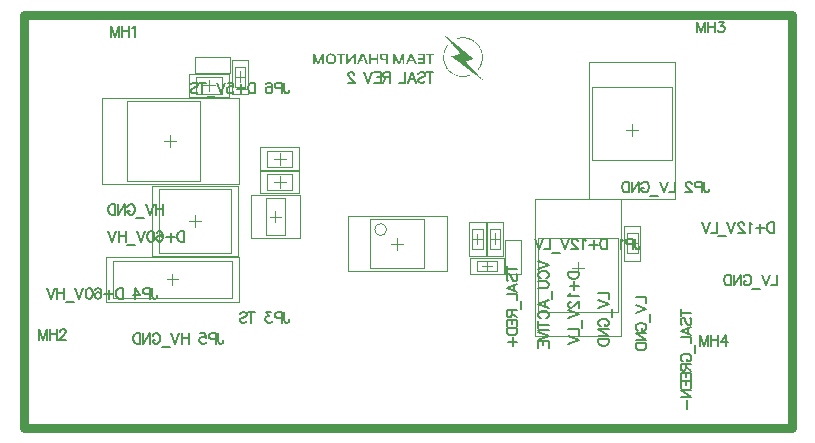
<source format=gbo>
G04*
G04 #@! TF.GenerationSoftware,Altium Limited,Altium Designer,18.1.11 (251)*
G04*
G04 Layer_Color=32896*
%FSLAX25Y25*%
%MOIN*%
G70*
G01*
G75*
%ADD13C,0.00197*%
%ADD15C,0.00650*%
%ADD16C,0.03000*%
%ADD17C,0.00394*%
G36*
X157433Y131452D02*
X157476D01*
Y131410D01*
X157518D01*
Y131367D01*
X157561D01*
Y131325D01*
X157603D01*
Y131282D01*
X157646D01*
Y131240D01*
X157688D01*
Y131198D01*
X157730D01*
Y131155D01*
Y131113D01*
X157815D01*
Y131070D01*
Y131028D01*
X157730D01*
Y131070D01*
Y131113D01*
X157646D01*
Y131155D01*
X157603D01*
Y131198D01*
Y131240D01*
X157518D01*
Y131282D01*
Y131325D01*
X157433D01*
Y131367D01*
Y131410D01*
X157349D01*
Y131452D01*
Y131495D01*
X157433D01*
Y131452D01*
D02*
G37*
G36*
X118189Y121261D02*
X117537D01*
Y122760D01*
X115788D01*
Y121261D01*
X115149D01*
Y124801D01*
X115788D01*
Y123329D01*
X117537D01*
Y124801D01*
X118189D01*
Y121261D01*
D02*
G37*
G36*
X110555D02*
X109916D01*
Y123884D01*
X108043Y121261D01*
X107404D01*
Y124801D01*
X108029D01*
Y122219D01*
X109889Y124801D01*
X110555D01*
Y121261D01*
D02*
G37*
G36*
X126850Y121261D02*
X126239D01*
Y123732D01*
X125268Y121261D01*
X124713D01*
X123741Y123732D01*
Y121261D01*
X123144D01*
Y124801D01*
X123796D01*
X124976Y122122D01*
X126156Y124801D01*
X126850D01*
Y121261D01*
D02*
G37*
G36*
X99964Y121261D02*
X99354D01*
Y123732D01*
X98382Y121261D01*
X97827D01*
X96869Y123732D01*
Y121261D01*
X96259D01*
Y124801D01*
X96911D01*
X98091Y122122D01*
X99284Y124801D01*
X99964D01*
Y121261D01*
D02*
G37*
G36*
X136802Y124232D02*
X135789D01*
Y121261D01*
X135150D01*
Y124232D01*
X134123D01*
Y124801D01*
X136802D01*
Y124232D01*
D02*
G37*
G36*
X133748Y121261D02*
X131306D01*
Y121830D01*
X133110D01*
Y122760D01*
X131430D01*
Y123343D01*
X133110D01*
Y124232D01*
X131333D01*
Y124801D01*
X133748D01*
Y121261D01*
D02*
G37*
G36*
X131000D02*
X130348D01*
X129168Y124120D01*
X128613Y122788D01*
X129335D01*
X129557Y122219D01*
X128377D01*
X127974Y121261D01*
X127267D01*
X128807Y124801D01*
X129515D01*
X131000Y121261D01*
D02*
G37*
G36*
X121284Y121261D02*
X120632D01*
Y124204D01*
X119744D01*
X119591Y124190D01*
X119494Y124148D01*
X119424Y124107D01*
X119410Y124093D01*
X119341Y123995D01*
X119313Y123898D01*
X119299Y123815D01*
Y123787D01*
Y123773D01*
X119313Y123676D01*
X119341Y123593D01*
X119410Y123454D01*
X119466Y123399D01*
X119494Y123357D01*
X119521Y123343D01*
X119535Y123329D01*
X119632Y123274D01*
X119730Y123218D01*
X119952Y123135D01*
X120049Y123107D01*
X120132Y123079D01*
X120188Y123066D01*
X120202D01*
X120104Y122496D01*
X119841Y122538D01*
X119619Y122608D01*
X119424Y122677D01*
X119272Y122746D01*
X119147Y122816D01*
X119063Y122871D01*
X119008Y122913D01*
X118994Y122927D01*
X118869Y123066D01*
X118772Y123204D01*
X118716Y123357D01*
X118661Y123496D01*
X118633Y123607D01*
X118619Y123718D01*
Y123773D01*
Y123801D01*
X118633Y123982D01*
X118661Y124134D01*
X118702Y124259D01*
X118758Y124370D01*
X118814Y124440D01*
X118855Y124509D01*
X118883Y124537D01*
X118897Y124551D01*
X119008Y124634D01*
X119133Y124689D01*
X119272Y124745D01*
X119396Y124773D01*
X119521Y124787D01*
X119619Y124801D01*
X121284D01*
Y121261D01*
D02*
G37*
G36*
X114705D02*
X114039D01*
X112873Y124120D01*
X112318Y122788D01*
X113026D01*
X113262Y122219D01*
X112082D01*
X111679Y121261D01*
X110971D01*
X112512Y124801D01*
X113220D01*
X114705Y121261D01*
D02*
G37*
G36*
X107029Y124232D02*
X106016D01*
Y121261D01*
X105350D01*
Y124232D01*
X104351D01*
Y124801D01*
X107029D01*
Y124232D01*
D02*
G37*
G36*
X102629Y124801D02*
X102907Y124745D01*
X103129Y124676D01*
X103323Y124592D01*
X103462Y124495D01*
X103573Y124426D01*
X103629Y124370D01*
X103657Y124356D01*
X103809Y124176D01*
X103906Y123968D01*
X103990Y123746D01*
X104045Y123524D01*
X104073Y123329D01*
X104087Y123177D01*
X104101Y123107D01*
Y123066D01*
Y123038D01*
Y123024D01*
X104073Y122705D01*
X104017Y122441D01*
X103934Y122205D01*
X103851Y122025D01*
X103768Y121872D01*
X103698Y121761D01*
X103643Y121705D01*
X103629Y121677D01*
X103435Y121525D01*
X103226Y121428D01*
X103018Y121344D01*
X102810Y121289D01*
X102616Y121261D01*
X102463Y121247D01*
X102407Y121233D01*
X102324D01*
X102019Y121247D01*
X101755Y121303D01*
X101533Y121372D01*
X101353Y121456D01*
X101200Y121539D01*
X101103Y121608D01*
X101033Y121664D01*
X101019Y121677D01*
X100867Y121872D01*
X100756Y122080D01*
X100686Y122302D01*
X100631Y122524D01*
X100603Y122719D01*
X100575Y122885D01*
Y122941D01*
Y122982D01*
Y123010D01*
Y123024D01*
X100589Y123343D01*
X100645Y123607D01*
X100714Y123843D01*
X100797Y124023D01*
X100881Y124176D01*
X100950Y124273D01*
X101005Y124343D01*
X101019Y124356D01*
X101200Y124509D01*
X101408Y124620D01*
X101630Y124703D01*
X101838Y124759D01*
X102033Y124787D01*
X102185Y124814D01*
X102324D01*
X102629Y124801D01*
D02*
G37*
G36*
X146921Y130214D02*
X147281Y130172D01*
X147601Y130117D01*
X147740Y130089D01*
X147864Y130061D01*
X147975Y130033D01*
X148073Y130006D01*
X148156Y129992D01*
X148211Y129978D01*
X148239Y129964D01*
X148253D01*
X148628Y129839D01*
X148975Y129686D01*
X149308Y129534D01*
X149585Y129381D01*
X149710Y129312D01*
X149835Y129242D01*
X149933Y129173D01*
X150016Y129131D01*
X150071Y129076D01*
X150127Y129048D01*
X150155Y129034D01*
X150169Y129020D01*
X150488Y128784D01*
X150793Y128520D01*
X151057Y128271D01*
X151293Y128035D01*
X151473Y127813D01*
X151557Y127729D01*
X151612Y127646D01*
X151667Y127577D01*
X151709Y127535D01*
X151723Y127507D01*
X151737Y127493D01*
X151959Y127146D01*
X152167Y126799D01*
X152320Y126466D01*
X152459Y126161D01*
X152514Y126022D01*
X152570Y125897D01*
X152597Y125786D01*
X152639Y125703D01*
X152667Y125619D01*
X152681Y125564D01*
X152695Y125536D01*
Y125522D01*
X152792Y125134D01*
X152861Y124745D01*
X152917Y124384D01*
X152945Y124065D01*
X152958Y123926D01*
Y123787D01*
X152972Y123676D01*
Y123579D01*
Y123510D01*
Y123440D01*
Y123413D01*
Y123399D01*
X152945Y122996D01*
X152889Y122621D01*
X152820Y122274D01*
X152750Y121955D01*
X152708Y121816D01*
X152681Y121691D01*
X152639Y121580D01*
X152611Y121497D01*
X152584Y121414D01*
X152570Y121358D01*
X152556Y121331D01*
Y121317D01*
X152403Y120942D01*
X152223Y120581D01*
X152042Y120262D01*
X151862Y119984D01*
X151779Y119859D01*
X151709Y119748D01*
X151640Y119651D01*
X151570Y119568D01*
X151529Y119498D01*
X151487Y119457D01*
X151473Y119429D01*
X151459Y119415D01*
Y119429D01*
X151223Y119596D01*
X151459Y119915D01*
X151681Y120234D01*
X151862Y120539D01*
X152001Y120817D01*
X152126Y121053D01*
X152167Y121164D01*
X152209Y121247D01*
X152237Y121317D01*
X152264Y121372D01*
X152278Y121400D01*
Y121414D01*
X152403Y121789D01*
X152486Y122136D01*
X152570Y122483D01*
X152611Y122788D01*
X152639Y122913D01*
X152653Y123038D01*
Y123149D01*
X152667Y123246D01*
X152681Y123315D01*
Y123371D01*
Y123399D01*
Y123413D01*
Y123787D01*
X152653Y124162D01*
X152611Y124495D01*
X152556Y124801D01*
X152528Y124939D01*
X152514Y125064D01*
X152486Y125175D01*
X152459Y125259D01*
X152445Y125342D01*
X152431Y125397D01*
X152417Y125425D01*
Y125439D01*
X152292Y125814D01*
X152139Y126161D01*
X151987Y126480D01*
X151834Y126758D01*
X151765Y126883D01*
X151695Y126994D01*
X151640Y127077D01*
X151584Y127160D01*
X151543Y127230D01*
X151515Y127271D01*
X151487Y127299D01*
Y127313D01*
X151237Y127632D01*
X150987Y127910D01*
X150738Y128173D01*
X150502Y128382D01*
X150307Y128562D01*
X150141Y128687D01*
X150085Y128743D01*
X150044Y128770D01*
X150016Y128798D01*
X150002D01*
X149669Y129006D01*
X149350Y129187D01*
X149044Y129339D01*
X148767Y129464D01*
X148517Y129561D01*
X148420Y129603D01*
X148336Y129631D01*
X148267Y129659D01*
X148211Y129672D01*
X148184Y129686D01*
X148170D01*
X147795Y129783D01*
X147434Y129853D01*
X147101Y129894D01*
X146782Y129922D01*
X146643D01*
X146518Y129936D01*
X146143D01*
X145755Y129908D01*
X145380Y129867D01*
X145033Y129797D01*
X144728Y129714D01*
X144589Y129686D01*
X144464Y129645D01*
X144353Y129617D01*
X144270Y129575D01*
X144186Y129561D01*
X144131Y129534D01*
X144103Y129520D01*
X144089D01*
X143992Y129783D01*
X144380Y129922D01*
X144769Y130033D01*
X145130Y130117D01*
X145449Y130172D01*
X145602Y130186D01*
X145727Y130214D01*
X145852D01*
X145949Y130228D01*
X146018Y130242D01*
X146532D01*
X146921Y130214D01*
D02*
G37*
G36*
X141632Y127799D02*
X141369Y127479D01*
X141147Y127160D01*
X140952Y126855D01*
X140799Y126577D01*
X140675Y126327D01*
X140619Y126230D01*
X140577Y126133D01*
X140550Y126064D01*
X140522Y126008D01*
X140508Y125980D01*
Y125967D01*
X140369Y125592D01*
X140272Y125231D01*
X140189Y124884D01*
X140133Y124578D01*
X140119Y124440D01*
X140092Y124315D01*
Y124204D01*
X140078Y124120D01*
X140064Y124037D01*
Y123982D01*
Y123954D01*
Y123940D01*
Y123551D01*
X140078Y123190D01*
X140119Y122844D01*
X140161Y122524D01*
X140189Y122385D01*
X140217Y122260D01*
X140230Y122150D01*
X140258Y122066D01*
X140272Y121983D01*
X140286Y121927D01*
X140300Y121900D01*
Y121886D01*
X140425Y121511D01*
X140577Y121150D01*
X140730Y120817D01*
X140883Y120526D01*
X140952Y120401D01*
X141022Y120290D01*
X141091Y120192D01*
X141133Y120109D01*
X141188Y120040D01*
X141216Y119998D01*
X141230Y119970D01*
X141244Y119956D01*
X141493Y119623D01*
X141757Y119332D01*
X142007Y119082D01*
X142257Y118860D01*
X142465Y118679D01*
X142548Y118610D01*
X142618Y118555D01*
X142687Y118499D01*
X142729Y118471D01*
X142757Y118457D01*
X142770Y118444D01*
X143104Y118235D01*
X143437Y118055D01*
X143756Y117902D01*
X144047Y117777D01*
X144297Y117680D01*
X144394Y117639D01*
X144492Y117611D01*
X144561Y117583D01*
X144616Y117569D01*
X144644Y117555D01*
X144658D01*
X145033Y117472D01*
X145408Y117403D01*
X145755Y117361D01*
X146060Y117347D01*
X146213Y117333D01*
X146726D01*
X147115Y117375D01*
X147490Y117430D01*
X147851Y117514D01*
X148156Y117597D01*
X148309Y117639D01*
X148433Y117680D01*
X148531Y117722D01*
X148628Y117750D01*
X148711Y117777D01*
X148767Y117805D01*
X148794Y117819D01*
X148808D01*
X148919Y117555D01*
X148475Y117389D01*
X148267Y117319D01*
X148073Y117264D01*
X147906Y117222D01*
X147781Y117194D01*
X147698Y117167D01*
X147670D01*
X147420Y117125D01*
X147198Y117097D01*
X146976Y117069D01*
X146782Y117055D01*
X146615D01*
X146490Y117042D01*
X146379D01*
X146046Y117055D01*
X145893D01*
X145768Y117069D01*
X145658Y117083D01*
X145560D01*
X145505Y117097D01*
X145491D01*
X145172Y117153D01*
X145019Y117180D01*
X144880Y117208D01*
X144769Y117236D01*
X144686Y117264D01*
X144630Y117278D01*
X144616D01*
X144214Y117403D01*
X143839Y117555D01*
X143506Y117708D01*
X143201Y117861D01*
X143076Y117930D01*
X142951Y117999D01*
X142854Y118055D01*
X142770Y118110D01*
X142701Y118166D01*
X142646Y118194D01*
X142618Y118208D01*
X142604Y118221D01*
X142271Y118471D01*
X141965Y118735D01*
X141688Y118999D01*
X141466Y119249D01*
X141271Y119457D01*
X141202Y119554D01*
X141133Y119623D01*
X141091Y119693D01*
X141049Y119734D01*
X141035Y119762D01*
X141022Y119776D01*
X140786Y120123D01*
X140591Y120470D01*
X140411Y120817D01*
X140272Y121122D01*
X140217Y121261D01*
X140175Y121386D01*
X140133Y121497D01*
X140092Y121594D01*
X140064Y121664D01*
X140050Y121733D01*
X140036Y121761D01*
Y121775D01*
X139939Y122177D01*
X139856Y122580D01*
X139814Y122954D01*
X139786Y123288D01*
X139772Y123440D01*
Y123579D01*
Y123704D01*
Y123801D01*
Y123884D01*
Y123940D01*
Y123982D01*
Y123995D01*
X139814Y124412D01*
X139883Y124801D01*
X139953Y125161D01*
X140036Y125481D01*
X140078Y125619D01*
X140119Y125744D01*
X140161Y125855D01*
X140189Y125953D01*
X140217Y126036D01*
X140244Y126091D01*
X140258Y126119D01*
Y126133D01*
X140425Y126508D01*
X140619Y126869D01*
X140799Y127174D01*
X140994Y127452D01*
X141077Y127577D01*
X141160Y127674D01*
X141230Y127771D01*
X141285Y127854D01*
X141341Y127910D01*
X141382Y127951D01*
X141396Y127979D01*
X141410Y127993D01*
X141632Y127799D01*
D02*
G37*
G36*
X140702Y130602D02*
X141147Y130242D01*
X141549Y129908D01*
X141743Y129756D01*
X141924Y129603D01*
X142076Y129478D01*
X142229Y129353D01*
X142354Y129256D01*
X142465Y129159D01*
X142548Y129089D01*
X142618Y129034D01*
X142659Y129006D01*
X142673Y128992D01*
X143117Y128631D01*
X143562Y128271D01*
X143978Y127937D01*
X144158Y127771D01*
X144339Y127632D01*
X144505Y127493D01*
X144658Y127382D01*
X144783Y127271D01*
X144894Y127174D01*
X144977Y127105D01*
X145047Y127049D01*
X145088Y127021D01*
X145102Y127007D01*
X145546Y126647D01*
X145991Y126286D01*
X146407Y125953D01*
X146587Y125800D01*
X146768Y125647D01*
X146934Y125522D01*
X147087Y125397D01*
X147212Y125300D01*
X147323Y125203D01*
X147406Y125134D01*
X147476Y125078D01*
X147517Y125050D01*
X147531Y125037D01*
X147989Y124662D01*
X148420Y124301D01*
X148836Y123968D01*
X149030Y123815D01*
X149211Y123662D01*
X149363Y123524D01*
X149516Y123413D01*
X149655Y123301D01*
X149766Y123204D01*
X149849Y123135D01*
X149919Y123079D01*
X149960Y123052D01*
X149974Y123038D01*
X149724Y122954D01*
X149475Y122871D01*
X149252Y122788D01*
X149058Y122719D01*
X148878Y122663D01*
X148753Y122621D01*
X148669Y122594D01*
X148656Y122580D01*
X148642D01*
X148392Y122496D01*
X148156Y122427D01*
X147934Y122344D01*
X147726Y122274D01*
X147559Y122219D01*
X147420Y122177D01*
X147337Y122150D01*
X147323Y122136D01*
X147309D01*
X147573Y121858D01*
X147823Y121580D01*
X148059Y121317D01*
X148281Y121095D01*
X148447Y120900D01*
X148586Y120748D01*
X148642Y120692D01*
X148683Y120650D01*
X148697Y120637D01*
X148711Y120623D01*
X148975Y120345D01*
X149225Y120068D01*
X149475Y119804D01*
X149683Y119582D01*
X149863Y119387D01*
X150002Y119235D01*
X150057Y119179D01*
X150099Y119138D01*
X150113Y119124D01*
X150127Y119110D01*
X150391Y118832D01*
X150640Y118568D01*
X150876Y118319D01*
X151085Y118096D01*
X151265Y117902D01*
X151390Y117750D01*
X151445Y117694D01*
X151487Y117652D01*
X151501Y117639D01*
X151515Y117625D01*
X151779Y117347D01*
X152028Y117083D01*
X152264Y116833D01*
X152473Y116611D01*
X152653Y116417D01*
X152778Y116264D01*
X152833Y116209D01*
X152875Y116167D01*
X152889Y116153D01*
X152903Y116139D01*
Y116126D01*
Y116112D01*
X152889Y116084D01*
X152875Y116070D01*
X152389Y116431D01*
X151931Y116778D01*
X151487Y117111D01*
X151279Y117264D01*
X151098Y117403D01*
X150918Y117541D01*
X150765Y117652D01*
X150627Y117763D01*
X150502Y117847D01*
X150404Y117916D01*
X150335Y117972D01*
X150293Y117999D01*
X150279Y118013D01*
X149794Y118374D01*
X149322Y118721D01*
X148878Y119054D01*
X148683Y119207D01*
X148489Y119346D01*
X148322Y119484D01*
X148156Y119596D01*
X148017Y119707D01*
X147906Y119790D01*
X147809Y119859D01*
X147740Y119915D01*
X147698Y119943D01*
X147684Y119956D01*
X147198Y120331D01*
X146726Y120678D01*
X146282Y121011D01*
X146074Y121164D01*
X145893Y121317D01*
X145713Y121442D01*
X145560Y121566D01*
X145422Y121664D01*
X145297Y121761D01*
X145199Y121830D01*
X145130Y121886D01*
X145088Y121914D01*
X145074Y121927D01*
X144589Y122302D01*
X144117Y122663D01*
X143673Y122996D01*
X143464Y123149D01*
X143270Y123288D01*
X143090Y123426D01*
X142937Y123538D01*
X142798Y123649D01*
X142673Y123732D01*
X142576Y123801D01*
X142507Y123857D01*
X142465Y123884D01*
X142451Y123898D01*
X142757Y123982D01*
X143048Y124065D01*
X143326Y124134D01*
X143576Y124204D01*
X143784Y124245D01*
X143867Y124273D01*
X143936Y124287D01*
X143992Y124315D01*
X144034D01*
X144061Y124329D01*
X144075D01*
X144380Y124412D01*
X144672Y124495D01*
X144936Y124565D01*
X145186Y124634D01*
X145394Y124689D01*
X145477Y124717D01*
X145546Y124731D01*
X145602Y124745D01*
X145644Y124759D01*
X145671Y124773D01*
X145685D01*
X145422Y125064D01*
X145172Y125328D01*
X144950Y125592D01*
X144741Y125828D01*
X144561Y126022D01*
X144422Y126175D01*
X144380Y126230D01*
X144339Y126272D01*
X144325Y126286D01*
X144311Y126300D01*
X144047Y126591D01*
X143798Y126869D01*
X143576Y127132D01*
X143367Y127368D01*
X143187Y127563D01*
X143048Y127715D01*
X143006Y127771D01*
X142965Y127813D01*
X142951Y127826D01*
X142937Y127840D01*
X142687Y128132D01*
X142437Y128395D01*
X142201Y128659D01*
X142007Y128895D01*
X141827Y129089D01*
X141688Y129242D01*
X141646Y129298D01*
X141604Y129339D01*
X141591Y129353D01*
X141577Y129367D01*
X141327Y129659D01*
X141077Y129922D01*
X140855Y130186D01*
X140647Y130408D01*
X140480Y130602D01*
X140341Y130755D01*
X140300Y130811D01*
X140258Y130852D01*
X140244Y130866D01*
X140230Y130880D01*
Y130908D01*
X140244Y130922D01*
Y130949D01*
X140258Y130963D01*
X140702Y130602D01*
D02*
G37*
%LPC*%
G36*
X102421Y124259D02*
X102324D01*
X102144Y124245D01*
X101977Y124204D01*
X101838Y124162D01*
X101727Y124107D01*
X101644Y124037D01*
X101588Y123995D01*
X101547Y123954D01*
X101533Y123940D01*
X101436Y123815D01*
X101366Y123676D01*
X101325Y123524D01*
X101283Y123371D01*
X101269Y123246D01*
X101255Y123135D01*
Y123066D01*
Y123052D01*
Y123038D01*
X101269Y122830D01*
X101297Y122635D01*
X101339Y122483D01*
X101394Y122358D01*
X101450Y122247D01*
X101491Y122177D01*
X101519Y122136D01*
X101533Y122122D01*
X101644Y122025D01*
X101769Y121941D01*
X101894Y121886D01*
X102033Y121858D01*
X102144Y121830D01*
X102241Y121816D01*
X102324D01*
X102518Y121830D01*
X102685Y121858D01*
X102838Y121914D01*
X102949Y121969D01*
X103046Y122025D01*
X103101Y122080D01*
X103143Y122108D01*
X103157Y122122D01*
X103240Y122247D01*
X103310Y122399D01*
X103351Y122552D01*
X103393Y122691D01*
X103407Y122830D01*
X103421Y122941D01*
Y123010D01*
Y123038D01*
X103407Y123246D01*
X103379Y123426D01*
X103337Y123579D01*
X103282Y123718D01*
X103240Y123815D01*
X103199Y123884D01*
X103171Y123926D01*
X103157Y123940D01*
X103046Y124051D01*
X102907Y124120D01*
X102768Y124176D01*
X102629Y124218D01*
X102518Y124245D01*
X102421Y124259D01*
D02*
G37*
%LPD*%
D13*
X75590Y77756D02*
X92126D01*
X75590Y63189D02*
X92126D01*
X75590D02*
Y77756D01*
X92126Y63189D02*
Y77756D01*
X91780Y78150D02*
Y85630D01*
X78787Y78150D02*
Y85630D01*
Y78150D02*
X91780D01*
X78787Y85630D02*
X91780D01*
X74756Y111343D02*
Y122760D01*
X69244Y111343D02*
Y122760D01*
X74756D01*
X69244Y111343D02*
X74756D01*
X57142Y118441D02*
X68362D01*
X68559D02*
Y123559D01*
X57142D02*
X68362D01*
X57142Y118441D02*
Y123559D01*
X27468Y42020D02*
Y56980D01*
X71563Y42020D02*
Y56980D01*
X27468D02*
X71563D01*
X27468Y42020D02*
X71563D01*
X25984Y109941D02*
X71653D01*
X25984Y81398D02*
X71653D01*
X25984D02*
Y109941D01*
X71653Y81398D02*
Y109941D01*
X42630Y80614D02*
X71370D01*
X42630Y57386D02*
X71370D01*
X42630D02*
Y80614D01*
X71370Y57386D02*
Y80614D01*
X55118Y110236D02*
X68504D01*
X55118Y118110D02*
X68504D01*
Y110236D02*
Y118110D01*
X55118Y110236D02*
Y118110D01*
X107874Y52165D02*
X140945D01*
X107874Y70669D02*
X140945D01*
Y52165D02*
Y70669D01*
X107874Y52165D02*
Y70669D01*
X160433Y51378D02*
X165551D01*
X160433D02*
Y62598D01*
Y62795D02*
X165551D01*
Y51378D02*
Y62598D01*
X217028Y76378D02*
Y122047D01*
X188484Y76378D02*
Y122047D01*
X217028D01*
X188484Y76378D02*
X217028D01*
X170374Y30512D02*
Y76181D01*
X198917Y30512D02*
Y76181D01*
X170374Y30512D02*
X198917D01*
X170374Y76181D02*
X198917D01*
X200000Y55807D02*
Y67224D01*
X205512Y55807D02*
Y67224D01*
X200000Y55807D02*
X205512D01*
X200000Y67224D02*
X205512D01*
X78787Y86024D02*
Y93504D01*
X91780Y86024D02*
Y93504D01*
X78787D02*
X91780D01*
X78787Y86024D02*
X91780D01*
X153937Y57284D02*
Y68701D01*
X148425Y57284D02*
Y68701D01*
X153937D01*
X148425Y57284D02*
X153937D01*
X160039Y51181D02*
Y56693D01*
X148622Y51181D02*
Y56693D01*
Y51181D02*
X160039D01*
X148622Y56693D02*
X160039D01*
X154331Y68799D02*
X159843D01*
X154331Y57382D02*
X159843D01*
Y68799D01*
X154331Y57382D02*
Y68799D01*
D15*
X53500Y65499D02*
Y62000D01*
Y65499D02*
X52334D01*
X51834Y65333D01*
X51500Y64999D01*
X51334Y64666D01*
X51167Y64166D01*
Y63333D01*
X51334Y62833D01*
X51500Y62500D01*
X51834Y62167D01*
X52334Y62000D01*
X53500D01*
X48884Y64999D02*
Y62000D01*
X50384Y63500D02*
X47385D01*
X44352Y64999D02*
X44519Y65333D01*
X45019Y65499D01*
X45352D01*
X45852Y65333D01*
X46185Y64833D01*
X46352Y64000D01*
Y63166D01*
X46185Y62500D01*
X45852Y62167D01*
X45352Y62000D01*
X45185D01*
X44685Y62167D01*
X44352Y62500D01*
X44185Y63000D01*
Y63166D01*
X44352Y63666D01*
X44685Y64000D01*
X45185Y64166D01*
X45352D01*
X45852Y64000D01*
X46185Y63666D01*
X46352Y63166D01*
X42419Y65499D02*
X42919Y65333D01*
X43252Y64833D01*
X43419Y64000D01*
Y63500D01*
X43252Y62666D01*
X42919Y62167D01*
X42419Y62000D01*
X42086D01*
X41586Y62167D01*
X41253Y62666D01*
X41086Y63500D01*
Y64000D01*
X41253Y64833D01*
X41586Y65333D01*
X42086Y65499D01*
X42419D01*
X40303D02*
X38970Y62000D01*
X37637Y65499D02*
X38970Y62000D01*
X37187Y60834D02*
X34521D01*
X34071Y65499D02*
Y62000D01*
X31738Y65499D02*
Y62000D01*
X34071Y63833D02*
X31738D01*
X30771Y65499D02*
X29438Y62000D01*
X28105Y65499D02*
X29438Y62000D01*
X46500Y74499D02*
Y71000D01*
X44167Y74499D02*
Y71000D01*
X46500Y72833D02*
X44167D01*
X43201Y74499D02*
X41868Y71000D01*
X40535Y74499D02*
X41868Y71000D01*
X40085Y69834D02*
X37419D01*
X34469Y73666D02*
X34636Y73999D01*
X34969Y74333D01*
X35302Y74499D01*
X35969D01*
X36302Y74333D01*
X36635Y73999D01*
X36802Y73666D01*
X36969Y73166D01*
Y72333D01*
X36802Y71833D01*
X36635Y71500D01*
X36302Y71167D01*
X35969Y71000D01*
X35302D01*
X34969Y71167D01*
X34636Y71500D01*
X34469Y71833D01*
Y72333D01*
X35302D02*
X34469D01*
X33669Y74499D02*
Y71000D01*
Y74499D02*
X31337Y71000D01*
Y74499D02*
Y71000D01*
X30370Y74499D02*
Y71000D01*
Y74499D02*
X29204D01*
X28704Y74333D01*
X28371Y73999D01*
X28204Y73666D01*
X28037Y73166D01*
Y72333D01*
X28204Y71833D01*
X28371Y71500D01*
X28704Y71167D01*
X29204Y71000D01*
X30370D01*
X251000Y50999D02*
Y47500D01*
X249000D01*
X248617Y50999D02*
X247284Y47500D01*
X245951Y50999D02*
X247284Y47500D01*
X245501Y46334D02*
X242835D01*
X239886Y50166D02*
X240052Y50499D01*
X240386Y50833D01*
X240719Y50999D01*
X241385D01*
X241719Y50833D01*
X242052Y50499D01*
X242219Y50166D01*
X242385Y49666D01*
Y48833D01*
X242219Y48333D01*
X242052Y48000D01*
X241719Y47667D01*
X241385Y47500D01*
X240719D01*
X240386Y47667D01*
X240052Y48000D01*
X239886Y48333D01*
Y48833D01*
X240719D02*
X239886D01*
X239086Y50999D02*
Y47500D01*
Y50999D02*
X236753Y47500D01*
Y50999D02*
Y47500D01*
X235787Y50999D02*
Y47500D01*
Y50999D02*
X234620D01*
X234120Y50833D01*
X233787Y50499D01*
X233620Y50166D01*
X233454Y49666D01*
Y48833D01*
X233620Y48333D01*
X233787Y48000D01*
X234120Y47667D01*
X234620Y47500D01*
X235787D01*
X250000Y68539D02*
Y65039D01*
Y68539D02*
X248834D01*
X248334Y68372D01*
X248000Y68039D01*
X247834Y67706D01*
X247667Y67206D01*
Y66372D01*
X247834Y65873D01*
X248000Y65539D01*
X248334Y65206D01*
X248834Y65039D01*
X250000D01*
X245384Y68039D02*
Y65039D01*
X246884Y66539D02*
X243885D01*
X242851Y67872D02*
X242518Y68039D01*
X242018Y68539D01*
Y65039D01*
X240119Y67706D02*
Y67872D01*
X239952Y68205D01*
X239786Y68372D01*
X239452Y68539D01*
X238786D01*
X238453Y68372D01*
X238286Y68205D01*
X238119Y67872D01*
Y67539D01*
X238286Y67206D01*
X238619Y66706D01*
X240285Y65039D01*
X237953D01*
X237169Y68539D02*
X235836Y65039D01*
X234503Y68539D02*
X235836Y65039D01*
X234053Y63873D02*
X231387D01*
X230937Y68539D02*
Y65039D01*
X228938D01*
X228555Y68539D02*
X227221Y65039D01*
X225888Y68539D02*
X227221Y65039D01*
X161001Y52834D02*
X164500D01*
X161001Y54000D02*
Y51667D01*
X161501Y48918D02*
X161167Y49251D01*
X161001Y49751D01*
Y50417D01*
X161167Y50917D01*
X161501Y51251D01*
X161834D01*
X162167Y51084D01*
X162334Y50917D01*
X162500Y50584D01*
X162834Y49584D01*
X163000Y49251D01*
X163167Y49084D01*
X163500Y48918D01*
X164000D01*
X164333Y49251D01*
X164500Y49751D01*
Y50417D01*
X164333Y50917D01*
X164000Y51251D01*
X164500Y45469D02*
X161001Y46801D01*
X164500Y48135D01*
X163334Y47635D02*
Y45968D01*
X161001Y44652D02*
X164500D01*
Y42652D01*
X165666Y42269D02*
Y39603D01*
X161001Y39153D02*
X164500D01*
X161001D02*
Y37653D01*
X161167Y37154D01*
X161334Y36987D01*
X161667Y36820D01*
X162001D01*
X162334Y36987D01*
X162500Y37154D01*
X162667Y37653D01*
Y39153D01*
Y37987D02*
X164500Y36820D01*
X161001Y33871D02*
Y36037D01*
X164500D01*
Y33871D01*
X162667Y36037D02*
Y34704D01*
X161001Y33288D02*
X164500D01*
X161001D02*
Y32121D01*
X161167Y31622D01*
X161501Y31288D01*
X161834Y31122D01*
X162334Y30955D01*
X163167D01*
X163667Y31122D01*
X164000Y31288D01*
X164333Y31622D01*
X164500Y32121D01*
Y33288D01*
X161501Y28672D02*
X164500D01*
X163000Y30172D02*
Y27172D01*
X204001Y43500D02*
X207500D01*
Y41500D01*
X204001Y41117D02*
X207500Y39784D01*
X204001Y38451D02*
X207500Y39784D01*
X208666Y38001D02*
Y35335D01*
X204834Y32386D02*
X204501Y32552D01*
X204167Y32886D01*
X204001Y33219D01*
Y33885D01*
X204167Y34219D01*
X204501Y34552D01*
X204834Y34718D01*
X205334Y34885D01*
X206167D01*
X206667Y34718D01*
X207000Y34552D01*
X207333Y34219D01*
X207500Y33885D01*
Y33219D01*
X207333Y32886D01*
X207000Y32552D01*
X206667Y32386D01*
X206167D01*
Y33219D02*
Y32386D01*
X204001Y31586D02*
X207500D01*
X204001D02*
X207500Y29253D01*
X204001D02*
X207500D01*
X204001Y28287D02*
X207500D01*
X204001D02*
Y27120D01*
X204167Y26620D01*
X204501Y26287D01*
X204834Y26120D01*
X205334Y25954D01*
X206167D01*
X206667Y26120D01*
X207000Y26287D01*
X207333Y26620D01*
X207500Y27120D01*
Y28287D01*
X191501Y45000D02*
X195000D01*
Y43000D01*
X191501Y42617D02*
X195000Y41284D01*
X191501Y39951D02*
X195000Y41284D01*
X196166Y39501D02*
Y36835D01*
X192334Y33886D02*
X192001Y34052D01*
X191667Y34386D01*
X191501Y34719D01*
Y35385D01*
X191667Y35719D01*
X192001Y36052D01*
X192334Y36219D01*
X192834Y36385D01*
X193667D01*
X194167Y36219D01*
X194500Y36052D01*
X194833Y35719D01*
X195000Y35385D01*
Y34719D01*
X194833Y34386D01*
X194500Y34052D01*
X194167Y33886D01*
X193667D01*
Y34719D02*
Y33886D01*
X191501Y33086D02*
X195000D01*
X191501D02*
X195000Y30753D01*
X191501D02*
X195000D01*
X191501Y29787D02*
X195000D01*
X191501D02*
Y28620D01*
X191667Y28120D01*
X192001Y27787D01*
X192334Y27620D01*
X192834Y27454D01*
X193667D01*
X194167Y27620D01*
X194500Y27787D01*
X194833Y28120D01*
X195000Y28620D01*
Y29787D01*
X181501Y52000D02*
X185000D01*
X181501D02*
Y50834D01*
X181667Y50334D01*
X182001Y50000D01*
X182334Y49834D01*
X182834Y49667D01*
X183667D01*
X184167Y49834D01*
X184500Y50000D01*
X184833Y50334D01*
X185000Y50834D01*
Y52000D01*
X182001Y47384D02*
X185000D01*
X183500Y48884D02*
Y45885D01*
X182167Y44851D02*
X182001Y44518D01*
X181501Y44018D01*
X185000D01*
X182334Y42119D02*
X182167D01*
X181834Y41952D01*
X181667Y41785D01*
X181501Y41452D01*
Y40786D01*
X181667Y40453D01*
X181834Y40286D01*
X182167Y40119D01*
X182501D01*
X182834Y40286D01*
X183334Y40619D01*
X185000Y42285D01*
Y39953D01*
X181501Y39169D02*
X185000Y37836D01*
X181501Y36503D02*
X185000Y37836D01*
X186166Y36053D02*
Y33387D01*
X181501Y32937D02*
X185000D01*
Y30938D01*
X181501Y30555D02*
X185000Y29221D01*
X181501Y27889D02*
X185000Y29221D01*
X171501Y55500D02*
X175000Y54167D01*
X171501Y52834D02*
X175000Y54167D01*
X172334Y49885D02*
X172001Y50051D01*
X171667Y50384D01*
X171501Y50718D01*
Y51384D01*
X171667Y51718D01*
X172001Y52051D01*
X172334Y52217D01*
X172834Y52384D01*
X173667D01*
X174167Y52217D01*
X174500Y52051D01*
X174833Y51718D01*
X175000Y51384D01*
Y50718D01*
X174833Y50384D01*
X174500Y50051D01*
X174167Y49885D01*
X171501Y48901D02*
X174000D01*
X174500Y48735D01*
X174833Y48401D01*
X175000Y47902D01*
Y47568D01*
X174833Y47069D01*
X174500Y46735D01*
X174000Y46569D01*
X171501D01*
X176166Y45602D02*
Y42936D01*
X175000Y39820D02*
X171501Y41153D01*
X175000Y42486D01*
X173834Y41986D02*
Y40320D01*
X172334Y36504D02*
X172001Y36671D01*
X171667Y37004D01*
X171501Y37337D01*
Y38004D01*
X171667Y38337D01*
X172001Y38670D01*
X172334Y38837D01*
X172834Y39004D01*
X173667D01*
X174167Y38837D01*
X174500Y38670D01*
X174833Y38337D01*
X175000Y38004D01*
Y37337D01*
X174833Y37004D01*
X174500Y36671D01*
X174167Y36504D01*
X171501Y34354D02*
X175000D01*
X171501Y35521D02*
Y33188D01*
Y32772D02*
X175000D01*
X171501Y32038D02*
X175000Y30705D01*
X171501Y29372D02*
X175000Y30705D01*
X171501Y26756D02*
Y28922D01*
X175000D01*
Y26756D01*
X173167Y28922D02*
Y27589D01*
X219020Y38334D02*
X222520D01*
X219020Y39500D02*
Y37167D01*
X219520Y34418D02*
X219187Y34751D01*
X219020Y35251D01*
Y35917D01*
X219187Y36417D01*
X219520Y36751D01*
X219854D01*
X220187Y36584D01*
X220354Y36417D01*
X220520Y36084D01*
X220853Y35084D01*
X221020Y34751D01*
X221187Y34584D01*
X221520Y34418D01*
X222020D01*
X222353Y34751D01*
X222520Y35251D01*
Y35917D01*
X222353Y36417D01*
X222020Y36751D01*
X222520Y30968D02*
X219020Y32302D01*
X222520Y33635D01*
X221353Y33135D02*
Y31468D01*
X219020Y30152D02*
X222520D01*
Y28152D01*
X223686Y27769D02*
Y25103D01*
X219854Y22154D02*
X219520Y22320D01*
X219187Y22654D01*
X219020Y22987D01*
Y23653D01*
X219187Y23987D01*
X219520Y24320D01*
X219854Y24487D01*
X220354Y24653D01*
X221187D01*
X221687Y24487D01*
X222020Y24320D01*
X222353Y23987D01*
X222520Y23653D01*
Y22987D01*
X222353Y22654D01*
X222020Y22320D01*
X221687Y22154D01*
X221187D01*
Y22987D02*
Y22154D01*
X219020Y21354D02*
X222520D01*
X219020D02*
Y19854D01*
X219187Y19354D01*
X219354Y19188D01*
X219687Y19021D01*
X220020D01*
X220354Y19188D01*
X220520Y19354D01*
X220687Y19854D01*
Y21354D01*
Y20188D02*
X222520Y19021D01*
X219020Y16072D02*
Y18238D01*
X222520D01*
Y16072D01*
X220687Y18238D02*
Y16905D01*
X219020Y13322D02*
Y15488D01*
X222520D01*
Y13322D01*
X220687Y15488D02*
Y14155D01*
X219020Y12739D02*
X222520D01*
X219020D02*
X222520Y10406D01*
X219020D02*
X222520D01*
X221020Y9440D02*
Y6440D01*
X135334Y118499D02*
Y115000D01*
X136500Y118499D02*
X134167D01*
X131418Y117999D02*
X131751Y118333D01*
X132251Y118499D01*
X132917D01*
X133417Y118333D01*
X133751Y117999D01*
Y117666D01*
X133584Y117333D01*
X133417Y117166D01*
X133084Y117000D01*
X132084Y116666D01*
X131751Y116500D01*
X131584Y116333D01*
X131418Y116000D01*
Y115500D01*
X131751Y115167D01*
X132251Y115000D01*
X132917D01*
X133417Y115167D01*
X133751Y115500D01*
X127969Y115000D02*
X129302Y118499D01*
X130635Y115000D01*
X130135Y116166D02*
X128468D01*
X127152Y118499D02*
Y115000D01*
X125152D01*
X122020Y118499D02*
Y115000D01*
Y118499D02*
X120520D01*
X120020Y118333D01*
X119854Y118166D01*
X119687Y117833D01*
Y117499D01*
X119854Y117166D01*
X120020Y117000D01*
X120520Y116833D01*
X122020D01*
X120853D02*
X119687Y115000D01*
X116738Y118499D02*
X118904D01*
Y115000D01*
X116738D01*
X118904Y116833D02*
X117571D01*
X116154Y118499D02*
X114821Y115000D01*
X113488Y118499D02*
X114821Y115000D01*
X110122Y117666D02*
Y117833D01*
X109956Y118166D01*
X109789Y118333D01*
X109456Y118499D01*
X108789D01*
X108456Y118333D01*
X108289Y118166D01*
X108123Y117833D01*
Y117499D01*
X108289Y117166D01*
X108623Y116666D01*
X110289Y115000D01*
X107956D01*
X226834Y81999D02*
Y79333D01*
X227000Y78833D01*
X227167Y78667D01*
X227500Y78500D01*
X227834D01*
X228167Y78667D01*
X228333Y78833D01*
X228500Y79333D01*
Y79666D01*
X225934Y80166D02*
X224434D01*
X223934Y80333D01*
X223768Y80500D01*
X223601Y80833D01*
Y81333D01*
X223768Y81666D01*
X223934Y81833D01*
X224434Y81999D01*
X225934D01*
Y78500D01*
X222651Y81166D02*
Y81333D01*
X222485Y81666D01*
X222318Y81833D01*
X221985Y81999D01*
X221318D01*
X220985Y81833D01*
X220818Y81666D01*
X220652Y81333D01*
Y80999D01*
X220818Y80666D01*
X221152Y80166D01*
X222818Y78500D01*
X220485D01*
X216952Y81999D02*
Y78500D01*
X214953D01*
X214570Y81999D02*
X213237Y78500D01*
X211904Y81999D02*
X213237Y78500D01*
X211454Y77334D02*
X208788D01*
X205838Y81166D02*
X206005Y81499D01*
X206338Y81833D01*
X206671Y81999D01*
X207338D01*
X207671Y81833D01*
X208004Y81499D01*
X208171Y81166D01*
X208338Y80666D01*
Y79833D01*
X208171Y79333D01*
X208004Y79000D01*
X207671Y78667D01*
X207338Y78500D01*
X206671D01*
X206338Y78667D01*
X206005Y79000D01*
X205838Y79333D01*
Y79833D01*
X206671D02*
X205838D01*
X205038Y81999D02*
Y78500D01*
Y81999D02*
X202706Y78500D01*
Y81999D02*
Y78500D01*
X201739Y81999D02*
Y78500D01*
Y81999D02*
X200573D01*
X200073Y81833D01*
X199740Y81499D01*
X199573Y81166D01*
X199406Y80666D01*
Y79833D01*
X199573Y79333D01*
X199740Y79000D01*
X200073Y78667D01*
X200573Y78500D01*
X201739D01*
X86834Y114999D02*
Y112333D01*
X87000Y111833D01*
X87167Y111667D01*
X87500Y111500D01*
X87833D01*
X88167Y111667D01*
X88333Y111833D01*
X88500Y112333D01*
Y112666D01*
X85934Y113166D02*
X84434D01*
X83934Y113333D01*
X83768Y113500D01*
X83601Y113833D01*
Y114333D01*
X83768Y114666D01*
X83934Y114833D01*
X84434Y114999D01*
X85934D01*
Y111500D01*
X80818Y114499D02*
X80985Y114833D01*
X81485Y114999D01*
X81818D01*
X82318Y114833D01*
X82651Y114333D01*
X82818Y113500D01*
Y112666D01*
X82651Y112000D01*
X82318Y111667D01*
X81818Y111500D01*
X81652D01*
X81152Y111667D01*
X80818Y112000D01*
X80652Y112500D01*
Y112666D01*
X80818Y113166D01*
X81152Y113500D01*
X81652Y113666D01*
X81818D01*
X82318Y113500D01*
X82651Y113166D01*
X82818Y112666D01*
X77136Y114999D02*
Y111500D01*
Y114999D02*
X75969D01*
X75469Y114833D01*
X75136Y114499D01*
X74970Y114166D01*
X74803Y113666D01*
Y112833D01*
X74970Y112333D01*
X75136Y112000D01*
X75469Y111667D01*
X75969Y111500D01*
X77136D01*
X72520Y114499D02*
Y111500D01*
X74020Y113000D02*
X71020D01*
X67988Y114999D02*
X69654D01*
X69821Y113500D01*
X69654Y113666D01*
X69154Y113833D01*
X68654D01*
X68154Y113666D01*
X67821Y113333D01*
X67655Y112833D01*
Y112500D01*
X67821Y112000D01*
X68154Y111667D01*
X68654Y111500D01*
X69154D01*
X69654Y111667D01*
X69821Y111833D01*
X69987Y112167D01*
X66871Y114999D02*
X65538Y111500D01*
X64205Y114999D02*
X65538Y111500D01*
X63755Y110334D02*
X61089D01*
X59473Y114999D02*
Y111500D01*
X60639Y114999D02*
X58306D01*
X55557Y114499D02*
X55890Y114833D01*
X56390Y114999D01*
X57057D01*
X57557Y114833D01*
X57890Y114499D01*
Y114166D01*
X57723Y113833D01*
X57557Y113666D01*
X57223Y113500D01*
X56224Y113166D01*
X55890Y113000D01*
X55724Y112833D01*
X55557Y112500D01*
Y112000D01*
X55890Y111667D01*
X56390Y111500D01*
X57057D01*
X57557Y111667D01*
X57890Y112000D01*
X64834Y31499D02*
Y28833D01*
X65000Y28333D01*
X65167Y28167D01*
X65500Y28000D01*
X65833D01*
X66167Y28167D01*
X66333Y28333D01*
X66500Y28833D01*
Y29166D01*
X63934Y29666D02*
X62434D01*
X61934Y29833D01*
X61768Y30000D01*
X61601Y30333D01*
Y30833D01*
X61768Y31166D01*
X61934Y31333D01*
X62434Y31499D01*
X63934D01*
Y28000D01*
X58818Y31499D02*
X60485D01*
X60651Y30000D01*
X60485Y30166D01*
X59985Y30333D01*
X59485D01*
X58985Y30166D01*
X58652Y29833D01*
X58485Y29333D01*
Y29000D01*
X58652Y28500D01*
X58985Y28167D01*
X59485Y28000D01*
X59985D01*
X60485Y28167D01*
X60651Y28333D01*
X60818Y28666D01*
X54953Y31499D02*
Y28000D01*
X52620Y31499D02*
Y28000D01*
X54953Y29833D02*
X52620D01*
X51653Y31499D02*
X50320Y28000D01*
X48987Y31499D02*
X50320Y28000D01*
X48537Y26834D02*
X45871D01*
X42922Y30666D02*
X43088Y30999D01*
X43422Y31333D01*
X43755Y31499D01*
X44421D01*
X44755Y31333D01*
X45088Y30999D01*
X45255Y30666D01*
X45421Y30166D01*
Y29333D01*
X45255Y28833D01*
X45088Y28500D01*
X44755Y28167D01*
X44421Y28000D01*
X43755D01*
X43422Y28167D01*
X43088Y28500D01*
X42922Y28833D01*
Y29333D01*
X43755D02*
X42922D01*
X42122Y31499D02*
Y28000D01*
Y31499D02*
X39789Y28000D01*
Y31499D02*
Y28000D01*
X38823Y31499D02*
Y28000D01*
Y31499D02*
X37656D01*
X37156Y31333D01*
X36823Y30999D01*
X36656Y30666D01*
X36490Y30166D01*
Y29333D01*
X36656Y28833D01*
X36823Y28500D01*
X37156Y28167D01*
X37656Y28000D01*
X38823D01*
X42834Y46499D02*
Y43833D01*
X43000Y43333D01*
X43167Y43167D01*
X43500Y43000D01*
X43834D01*
X44167Y43167D01*
X44333Y43333D01*
X44500Y43833D01*
Y44166D01*
X41934Y44666D02*
X40434D01*
X39934Y44833D01*
X39768Y45000D01*
X39601Y45333D01*
Y45833D01*
X39768Y46166D01*
X39934Y46333D01*
X40434Y46499D01*
X41934D01*
Y43000D01*
X37152Y46499D02*
X38818Y44166D01*
X36318D01*
X37152Y46499D02*
Y43000D01*
X32952Y46499D02*
Y43000D01*
Y46499D02*
X31786D01*
X31286Y46333D01*
X30953Y45999D01*
X30786Y45666D01*
X30620Y45166D01*
Y44333D01*
X30786Y43833D01*
X30953Y43500D01*
X31286Y43167D01*
X31786Y43000D01*
X32952D01*
X28337Y45999D02*
Y43000D01*
X29836Y44500D02*
X26837D01*
X23804Y45999D02*
X23971Y46333D01*
X24471Y46499D01*
X24804D01*
X25304Y46333D01*
X25637Y45833D01*
X25804Y45000D01*
Y44166D01*
X25637Y43500D01*
X25304Y43167D01*
X24804Y43000D01*
X24638D01*
X24138Y43167D01*
X23804Y43500D01*
X23638Y44000D01*
Y44166D01*
X23804Y44666D01*
X24138Y45000D01*
X24638Y45166D01*
X24804D01*
X25304Y45000D01*
X25637Y44666D01*
X25804Y44166D01*
X21871Y46499D02*
X22371Y46333D01*
X22705Y45833D01*
X22871Y45000D01*
Y44500D01*
X22705Y43666D01*
X22371Y43167D01*
X21871Y43000D01*
X21538D01*
X21038Y43167D01*
X20705Y43666D01*
X20538Y44500D01*
Y45000D01*
X20705Y45833D01*
X21038Y46333D01*
X21538Y46499D01*
X21871D01*
X19755D02*
X18422Y43000D01*
X17089Y46499D02*
X18422Y43000D01*
X16639Y41834D02*
X13973D01*
X13523Y46499D02*
Y43000D01*
X11191Y46499D02*
Y43000D01*
X13523Y44833D02*
X11191D01*
X10224Y46499D02*
X8891Y43000D01*
X7558Y46499D02*
X8891Y43000D01*
X86834Y38499D02*
Y35833D01*
X87000Y35333D01*
X87167Y35167D01*
X87500Y35000D01*
X87833D01*
X88167Y35167D01*
X88333Y35333D01*
X88500Y35833D01*
Y36166D01*
X85934Y36666D02*
X84434D01*
X83934Y36833D01*
X83768Y37000D01*
X83601Y37333D01*
Y37833D01*
X83768Y38166D01*
X83934Y38333D01*
X84434Y38499D01*
X85934D01*
Y35000D01*
X82485Y38499D02*
X80652D01*
X81652Y37166D01*
X81152D01*
X80818Y37000D01*
X80652Y36833D01*
X80485Y36333D01*
Y36000D01*
X80652Y35500D01*
X80985Y35167D01*
X81485Y35000D01*
X81985D01*
X82485Y35167D01*
X82651Y35333D01*
X82818Y35666D01*
X75786Y38499D02*
Y35000D01*
X76952Y38499D02*
X74620D01*
X71870Y37999D02*
X72203Y38333D01*
X72703Y38499D01*
X73370D01*
X73870Y38333D01*
X74203Y37999D01*
Y37666D01*
X74036Y37333D01*
X73870Y37166D01*
X73536Y37000D01*
X72537Y36666D01*
X72203Y36500D01*
X72037Y36333D01*
X71870Y36000D01*
Y35500D01*
X72203Y35167D01*
X72703Y35000D01*
X73370D01*
X73870Y35167D01*
X74203Y35500D01*
X203834Y62999D02*
Y60333D01*
X204000Y59833D01*
X204167Y59667D01*
X204500Y59500D01*
X204834D01*
X205167Y59667D01*
X205333Y59833D01*
X205500Y60333D01*
Y60666D01*
X202934Y61166D02*
X201434D01*
X200934Y61333D01*
X200768Y61500D01*
X200601Y61833D01*
Y62333D01*
X200768Y62666D01*
X200934Y62833D01*
X201434Y62999D01*
X202934D01*
Y59500D01*
X199818Y62333D02*
X199485Y62499D01*
X198985Y62999D01*
Y59500D01*
X194502Y62999D02*
Y59500D01*
Y62999D02*
X193336D01*
X192836Y62833D01*
X192503Y62499D01*
X192336Y62166D01*
X192169Y61666D01*
Y60833D01*
X192336Y60333D01*
X192503Y60000D01*
X192836Y59667D01*
X193336Y59500D01*
X194502D01*
X189887Y62499D02*
Y59500D01*
X191386Y61000D02*
X188387D01*
X187354Y62333D02*
X187021Y62499D01*
X186521Y62999D01*
Y59500D01*
X184621Y62166D02*
Y62333D01*
X184455Y62666D01*
X184288Y62833D01*
X183955Y62999D01*
X183288D01*
X182955Y62833D01*
X182788Y62666D01*
X182622Y62333D01*
Y61999D01*
X182788Y61666D01*
X183122Y61166D01*
X184788Y59500D01*
X182455D01*
X181672Y62999D02*
X180339Y59500D01*
X179006Y62999D02*
X180339Y59500D01*
X178556Y58334D02*
X175890D01*
X175440Y62999D02*
Y59500D01*
X173440D01*
X173057Y62999D02*
X171724Y59500D01*
X170391Y62999D02*
X171724Y59500D01*
X225385Y30878D02*
Y27379D01*
Y30878D02*
X226718Y27379D01*
X228051Y30878D02*
X226718Y27379D01*
X228051Y30878D02*
Y27379D01*
X229051Y30878D02*
Y27379D01*
X231383Y30878D02*
Y27379D01*
X229051Y29212D02*
X231383D01*
X234016Y30878D02*
X232350Y28545D01*
X234849D01*
X234016Y30878D02*
Y27379D01*
X224380Y135393D02*
Y131894D01*
Y135393D02*
X225713Y131894D01*
X227046Y135393D02*
X225713Y131894D01*
X227046Y135393D02*
Y131894D01*
X228046Y135393D02*
Y131894D01*
X230379Y135393D02*
Y131894D01*
X228046Y133727D02*
X230379D01*
X231678Y135393D02*
X233511D01*
X232511Y134060D01*
X233011D01*
X233345Y133893D01*
X233511Y133727D01*
X233678Y133227D01*
Y132893D01*
X233511Y132393D01*
X233178Y132060D01*
X232678Y131894D01*
X232178D01*
X231678Y132060D01*
X231512Y132227D01*
X231345Y132560D01*
X4891Y32873D02*
Y29374D01*
Y32873D02*
X6224Y29374D01*
X7557Y32873D02*
X6224Y29374D01*
X7557Y32873D02*
Y29374D01*
X8557Y32873D02*
Y29374D01*
X10890Y32873D02*
Y29374D01*
X8557Y31207D02*
X10890D01*
X12023Y32040D02*
Y32207D01*
X12190Y32540D01*
X12356Y32707D01*
X12689Y32873D01*
X13356D01*
X13689Y32707D01*
X13856Y32540D01*
X14023Y32207D01*
Y31874D01*
X13856Y31540D01*
X13523Y31040D01*
X11856Y29374D01*
X14189D01*
X29097Y133873D02*
Y130374D01*
Y133873D02*
X30430Y130374D01*
X31763Y133873D02*
X30430Y130374D01*
X31763Y133873D02*
Y130374D01*
X32763Y133873D02*
Y130374D01*
X35096Y133873D02*
Y130374D01*
X32763Y132207D02*
X35096D01*
X36062Y133207D02*
X36395Y133373D01*
X36895Y133873D01*
Y130374D01*
D16*
X0Y137795D02*
X255906D01*
X0Y0D02*
Y137795D01*
X255906Y0D02*
Y137795D01*
X0Y0D02*
X255906D01*
D17*
X120866Y66142D02*
G03*
X120866Y66142I-1969J0D01*
G01*
X80610Y76673D02*
X87106D01*
X80610Y64272D02*
X87106D01*
X80610D02*
Y76673D01*
X87106Y64272D02*
Y76673D01*
X89417Y79232D02*
Y84547D01*
X81150Y79232D02*
Y84547D01*
Y79232D02*
X89417D01*
X81150Y84547D02*
X89417D01*
X73772Y113705D02*
Y120398D01*
X70228Y113705D02*
Y120398D01*
X73772D01*
X70228Y113705D02*
X73772D01*
X29831Y43201D02*
Y55799D01*
X69201Y43201D02*
Y55799D01*
X29831D02*
X69201D01*
X29831Y43201D02*
X69201D01*
X34252Y108957D02*
X58661D01*
X34252Y82382D02*
X58661D01*
X34252D02*
Y108957D01*
X58661Y82382D02*
Y108957D01*
X44992Y79630D02*
X69008D01*
X44992Y58370D02*
X69008D01*
X44992D02*
Y79630D01*
X69008Y58370D02*
Y79630D01*
X57480Y111319D02*
X66142D01*
X57480Y117028D02*
X66142D01*
Y111319D02*
Y117028D01*
X57480Y111319D02*
Y117028D01*
X115354Y53150D02*
X133465D01*
X115354Y69685D02*
X133465D01*
Y53150D02*
Y69685D01*
X115354Y53150D02*
Y69685D01*
X216043Y89370D02*
Y113779D01*
X189469Y89370D02*
Y113779D01*
X216043D01*
X189469Y89370D02*
X216043D01*
X171358Y38780D02*
Y63189D01*
X197933Y38780D02*
Y63189D01*
X171358Y38780D02*
X197933D01*
X171358Y63189D02*
X197933D01*
X200984Y58169D02*
Y64862D01*
X204527Y58169D02*
Y64862D01*
X200984Y58169D02*
X204527D01*
X200984Y64862D02*
X204527D01*
X81150Y87106D02*
Y92421D01*
X89417Y87106D02*
Y92421D01*
X81150D02*
X89417D01*
X81150Y87106D02*
X89417D01*
X152953Y59646D02*
Y66339D01*
X149409Y59646D02*
Y66339D01*
X152953D01*
X149409Y59646D02*
X152953D01*
X157677Y52165D02*
Y55709D01*
X150984Y52165D02*
Y55709D01*
Y52165D02*
X157677D01*
X150984Y55709D02*
X157677D01*
X155315Y66437D02*
X158858D01*
X155315Y59744D02*
X158858D01*
Y66437D01*
X155315Y59744D02*
Y66437D01*
X83858Y68504D02*
Y72441D01*
X81890Y70472D02*
X85827D01*
X83315Y81890D02*
X87252D01*
X85283Y79921D02*
Y83858D01*
X70228Y117051D02*
X73772D01*
X72000Y115279D02*
Y118823D01*
X47547Y49500D02*
X51484D01*
X49516Y47532D02*
Y51468D01*
X48819Y93701D02*
Y97638D01*
X46850Y95669D02*
X50787D01*
X57000Y67032D02*
Y70969D01*
X55032Y69000D02*
X58969D01*
X61811Y112205D02*
Y116142D01*
X59842Y114173D02*
X63779D01*
X124409Y59449D02*
Y63386D01*
X122441Y61417D02*
X126378D01*
X200787Y99213D02*
X204724D01*
X202756Y97244D02*
Y101181D01*
X182677Y53347D02*
X186614D01*
X184646Y51378D02*
Y55315D01*
X200984Y61516D02*
X204527D01*
X202756Y59744D02*
Y63287D01*
X83315Y89764D02*
X87252D01*
X85283Y87795D02*
Y91732D01*
X149409Y62992D02*
X152953D01*
X151181Y61221D02*
Y64764D01*
X152559Y53937D02*
X156102D01*
X154331Y52165D02*
Y55709D01*
X157087Y61319D02*
Y64862D01*
X155315Y63090D02*
X158858D01*
M02*

</source>
